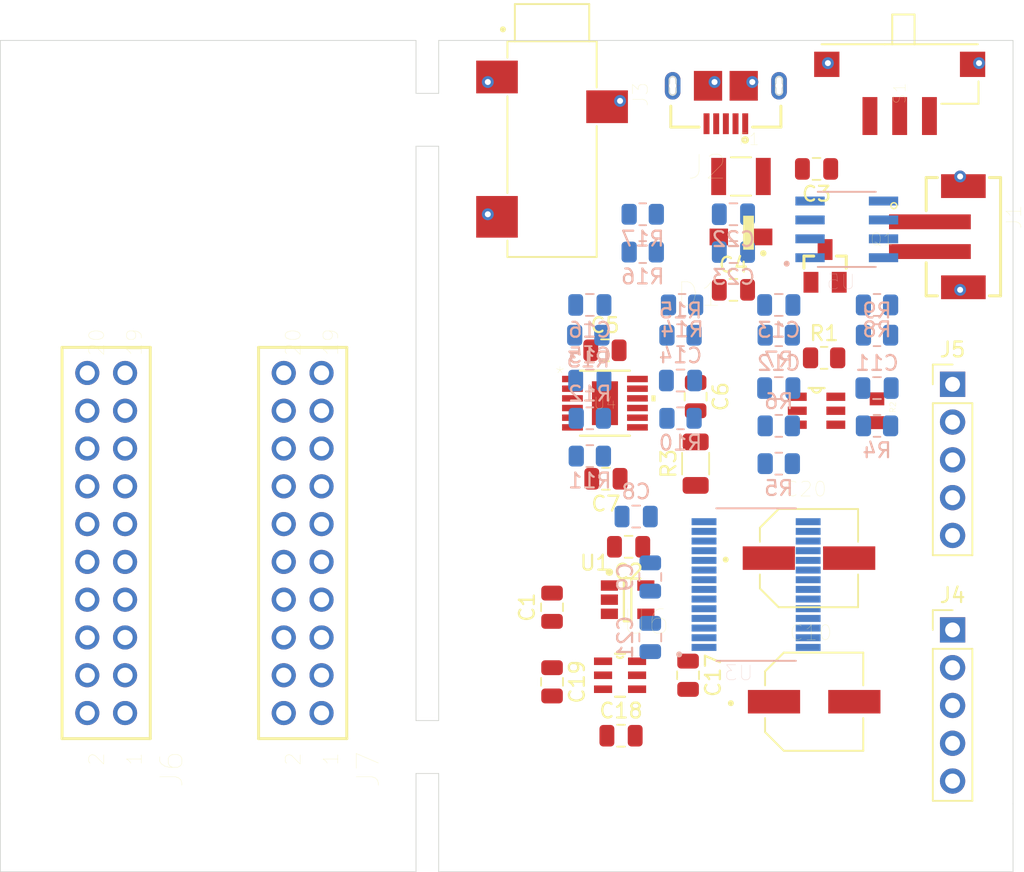
<source format=kicad_pcb>
(kicad_pcb (version 20171130) (host pcbnew "(5.1.10)-1")
  (layers (0 F.Cu signal) (31 B.Cu signal) (34 B.Paste user) (35 F.Paste user) (36 B.SilkS user) (37 F.SilkS user) (38 B.Mask user) (39 F.Mask user) (44 Edge.Cuts user))
  (net 0 "")
  (net 1 GND)
  (net 2 "Net-(C1-Pad1)")
  (net 3 /+3V3)
  (net 4 /+VBAT)
  (net 5 "Net-(C4-Pad1)")
  (net 6 "Net-(C6-Pad2)")
  (net 7 "Net-(C6-Pad1)")
  (net 8 /+5V)
  (net 9 "Net-(C8-Pad1)")
  (net 10 "Net-(C18-Pad2)")
  (net 11 "Net-(C18-Pad1)")
  (net 12 /-5V)
  (net 13 /+VUSB)
  (net 14 "Net-(F1-Pad2)")
  (net 15 "Net-(J2-Pad4)")
  (net 16 "Net-(J2-Pad3)")
  (net 17 "Net-(J2-Pad2)")
  (net 18 /DATA)
  (net 19 /BCK)
  (net 20 /LRCK)
  (net 21 /SCK)
  (net 22 "Net-(Q1-Pad1)")
  (net 23 "Net-(Q1-Pad2)")
  (net 24 "Net-(R1-Pad1)")
  (net 25 "Net-(R3-Pad2)")
  (net 26 "Net-(S1-Pad3)")
  (net 27 "Net-(U1-Pad4)")
  (net 28 /ZEROL)
  (net 29 /ZEROR)
  (net 30 /LRLK)
  (net 31 "Net-(U5-Pad4)")
  (net 32 /C1L_1)
  (net 33 /C1L_2)
  (net 34 /C2L_1)
  (net 35 /C3L_2)
  (net 36 /C3L_1)
  (net 37 /C1R_2)
  (net 38 /C1R_1)
  (net 39 /C2R_1)
  (net 40 /C3R_2)
  (net 41 /C3R_1)
  (net 42 /L_OUT)
  (net 43 /R_OUT)
  (net 44 /R2L_1)
  (net 45 /R1L_1)
  (net 46 /R2R_1)
  (net 47 /R1R_1)
  (module "B2B-PH-SM4-TB_LF_SN:JST_B2B-PH-SM4-TB(LF)(SN)" (layer F.Cu) (at 152.908 95.488 270)
    (fp_text reference J1 (at -1.32672 -5.64229 90) (layer F.SilkS) (effects (font (size 1.001291 1.001291) (thickness 0.015))))
    (fp_text value "B2B-PH-SM4-TB(LF)(SN)" hide)
    (pad 1 smd rect (at -1 0 270) (size 1 5.5) (layers F.Cu F.Paste F.Mask) (net 4 /+VBAT))
    (pad 2 smd rect (at 1 0 270) (size 1 5.5) (layers F.Cu F.Paste F.Mask) (net 1 GND))
    (pad 3 smd rect (at -3.4 -2.25 270) (size 1.6 3) (layers F.Cu F.Paste F.Mask))
    (pad 4 smd rect (at 3.4 -2.25 270) (size 1.6 3) (layers F.Cu F.Paste F.Mask))
  )
  (module SS312SAH4-R:SW_SS312SAH4-R (layer F.Cu) (at 150.876 85.852 270)
    (fp_text reference S1 (at 0 0 90) (layer F.SilkS) (effects (font (size 0.787402 0.787402) (thickness 0.015))))
    (fp_text value SS312SAH4-R hide)
    (pad 3 smd rect (at 1.525 -2 270) (size 2.55 1) (layers F.Cu F.Paste F.Mask) (net 26 "Net-(S1-Pad3)"))
    (pad 2 smd rect (at 1.525 0 270) (size 2.55 1) (layers F.Cu F.Paste F.Mask) (net 4 /+VBAT))
    (pad 1 smd rect (at 1.525 2 270) (size 2.55 1) (layers F.Cu F.Paste F.Mask) (net 2 "Net-(C1-Pad1)"))
    (pad P$2 smd rect (at -1.95 -4.9 270) (size 1.7 1.7) (layers F.Cu F.Paste F.Mask))
    (pad P$1 smd rect (at -1.95 4.9 270) (size 1.7 1.7) (layers F.Cu F.Paste F.Mask))
  )
  (module SJ-3523-SMT-TR:CUI_SJ-3523-SMT-TR (layer F.Cu) (at 127.508 85.852 270)
    (fp_text reference J3 (at 0.075135 -5.945905 270) (layer F.SilkS) (effects (font (size 1.001835 1.001835) (thickness 0.015))))
    (fp_text value SJ-3523-SMT-TR hide)
    (pad None np_thru_hole circle (at 0 0 270) (size 1.7 1.7) (drill 1.7) (layers *.Cu *.Mask))
    (pad 3 smd rect (at 0.9 -3.7 270) (size 2.2 2.8) (layers F.Cu F.Paste F.Mask) (net 42 /L_OUT))
    (pad 1 smd rect (at -1.1 3.7 270) (size 2.2 2.8) (layers F.Cu F.Paste F.Mask) (net 1 GND))
    (pad 2 smd rect (at 8.3 3.7 270) (size 2.8 2.8) (layers F.Cu F.Paste F.Mask) (net 43 /R_OUT))
    (pad None np_thru_hole circle (at 7 0 270) (size 1.7 1.7) (drill 1.7) (layers *.Cu *.Mask))
  )
  (module SAMTEC-HTSW-110-18-X-D:SAMTEC-HTSW-110-18-X-D (layer F.Cu) (at 110.744 116.078 90)
    (fp_text reference J7 (at -15.2185 4.39951 90) (layer F.SilkS) (effects (font (size 1.5 1.5) (thickness 0.015))))
    (fp_text value "Conn 2_10_R")
    (fp_text user 1 (at -14.52 1.905 90) (layer F.SilkS) (effects (font (thickness 0.015))))
    (fp_text user 2 (at -14.52 -0.635 90) (layer F.SilkS) (effects (font (thickness 0.015))))
    (fp_text user 19 (at 13.491 1.905 90) (layer F.SilkS) (effects (font (thickness 0.015))))
    (fp_text user 20 (at 13.491 -0.635 90) (layer F.SilkS) (effects (font (thickness 0.015))))
    (pad 1 thru_hole circle (at -11.43 1.27 90) (size 1.62001 1.62001) (drill 1.01999) (layers *.Cu) (net 47 /R1R_1))
    (pad 2 thru_hole circle (at -11.43 -1.27 90) (size 1.62001 1.62001) (drill 1.01999) (layers *.Cu) (net 37 /C1R_2))
    (pad 3 thru_hole circle (at -8.89 1.27 90) (size 1.62001 1.62001) (drill 1.01999) (layers *.Cu) (net 46 /R2R_1))
    (pad 4 thru_hole circle (at -8.89 -1.27 90) (size 1.62001 1.62001) (drill 1.01999) (layers *.Cu) (net 38 /C1R_1))
    (pad 5 thru_hole circle (at -6.35 1.27 90) (size 1.62001 1.62001) (drill 1.01999) (layers *.Cu) (net 37 /C1R_2))
    (pad 6 thru_hole circle (at -6.35 -1.27 90) (size 1.62001 1.62001) (drill 1.01999) (layers *.Cu) (net 1 GND))
    (pad 7 thru_hole circle (at -3.81 1.27 90) (size 1.62001 1.62001) (drill 1.01999) (layers *.Cu) (net 38 /C1R_1))
    (pad 8 thru_hole circle (at -3.81 -1.27 90) (size 1.62001 1.62001) (drill 1.01999) (layers *.Cu) (net 40 /C3R_2))
    (pad 9 thru_hole circle (at -1.27 1.27 90) (size 1.62001 1.62001) (drill 1.01999) (layers *.Cu) (net 37 /C1R_2))
    (pad 10 thru_hole circle (at -1.27 -1.27 90) (size 1.62001 1.62001) (drill 1.01999) (layers *.Cu) (net 39 /C2R_1))
    (pad 11 thru_hole circle (at 1.27 1.27 90) (size 1.62001 1.62001) (drill 1.01999) (layers *.Cu) (net 38 /C1R_1))
    (pad 12 thru_hole circle (at 1.27 -1.27 90) (size 1.62001 1.62001) (drill 1.01999) (layers *.Cu) (net 41 /C3R_1))
    (pad 13 thru_hole circle (at 3.81 1.27 90) (size 1.62001 1.62001) (drill 1.01999) (layers *.Cu) (net 38 /C1R_1))
    (pad 14 thru_hole circle (at 3.81 -1.27 90) (size 1.62001 1.62001) (drill 1.01999) (layers *.Cu) (net 37 /C1R_2))
    (pad 15 thru_hole circle (at 6.35 1.27 90) (size 1.62001 1.62001) (drill 1.01999) (layers *.Cu) (net 39 /C2R_1))
    (pad 16 thru_hole circle (at 6.35 -1.27 90) (size 1.62001 1.62001) (drill 1.01999) (layers *.Cu) (net 1 GND))
    (pad 17 thru_hole circle (at 8.89 1.27 90) (size 1.62001 1.62001) (drill 1.01999) (layers *.Cu) (net 41 /C3R_1))
    (pad 18 thru_hole circle (at 8.89 -1.27 90) (size 1.62001 1.62001) (drill 1.01999) (layers *.Cu) (net 40 /C3R_2))
    (pad 19 thru_hole circle (at 11.43 1.27 90) (size 1.62001 1.62001) (drill 1.01999) (layers *.Cu) (net 40 /C3R_2))
    (pad 20 thru_hole circle (at 11.43 -1.27 90) (size 1.62001 1.62001) (drill 1.01999) (layers *.Cu) (net 43 /R_OUT))
  )
  (module SAMTEC-HTSW-110-18-X-D:SAMTEC-HTSW-110-18-X-D (layer F.Cu) (at 97.536 116.078 90)
    (fp_text reference J6 (at -15.2185 4.39951 90) (layer F.SilkS) (effects (font (size 1.5 1.5) (thickness 0.015))))
    (fp_text value "Conn 2_10_L")
    (fp_text user 1 (at -14.52 1.905 90) (layer F.SilkS) (effects (font (thickness 0.015))))
    (fp_text user 2 (at -14.52 -0.635 90) (layer F.SilkS) (effects (font (thickness 0.015))))
    (fp_text user 19 (at 13.491 1.905 90) (layer F.SilkS) (effects (font (thickness 0.015))))
    (fp_text user 20 (at 13.491 -0.635 90) (layer F.SilkS) (effects (font (thickness 0.015))))
    (pad 1 thru_hole circle (at -11.43 1.27 90) (size 1.62001 1.62001) (drill 1.01999) (layers *.Cu) (net 45 /R1L_1))
    (pad 2 thru_hole circle (at -11.43 -1.27 90) (size 1.62001 1.62001) (drill 1.01999) (layers *.Cu) (net 33 /C1L_2))
    (pad 3 thru_hole circle (at -8.89 1.27 90) (size 1.62001 1.62001) (drill 1.01999) (layers *.Cu) (net 44 /R2L_1))
    (pad 4 thru_hole circle (at -8.89 -1.27 90) (size 1.62001 1.62001) (drill 1.01999) (layers *.Cu) (net 32 /C1L_1))
    (pad 5 thru_hole circle (at -6.35 1.27 90) (size 1.62001 1.62001) (drill 1.01999) (layers *.Cu) (net 33 /C1L_2))
    (pad 6 thru_hole circle (at -6.35 -1.27 90) (size 1.62001 1.62001) (drill 1.01999) (layers *.Cu) (net 1 GND))
    (pad 7 thru_hole circle (at -3.81 1.27 90) (size 1.62001 1.62001) (drill 1.01999) (layers *.Cu) (net 32 /C1L_1))
    (pad 8 thru_hole circle (at -3.81 -1.27 90) (size 1.62001 1.62001) (drill 1.01999) (layers *.Cu) (net 35 /C3L_2))
    (pad 9 thru_hole circle (at -1.27 1.27 90) (size 1.62001 1.62001) (drill 1.01999) (layers *.Cu) (net 33 /C1L_2))
    (pad 10 thru_hole circle (at -1.27 -1.27 90) (size 1.62001 1.62001) (drill 1.01999) (layers *.Cu) (net 34 /C2L_1))
    (pad 11 thru_hole circle (at 1.27 1.27 90) (size 1.62001 1.62001) (drill 1.01999) (layers *.Cu) (net 32 /C1L_1))
    (pad 12 thru_hole circle (at 1.27 -1.27 90) (size 1.62001 1.62001) (drill 1.01999) (layers *.Cu) (net 36 /C3L_1))
    (pad 13 thru_hole circle (at 3.81 1.27 90) (size 1.62001 1.62001) (drill 1.01999) (layers *.Cu) (net 32 /C1L_1))
    (pad 14 thru_hole circle (at 3.81 -1.27 90) (size 1.62001 1.62001) (drill 1.01999) (layers *.Cu) (net 33 /C1L_2))
    (pad 15 thru_hole circle (at 6.35 1.27 90) (size 1.62001 1.62001) (drill 1.01999) (layers *.Cu) (net 34 /C2L_1))
    (pad 16 thru_hole circle (at 6.35 -1.27 90) (size 1.62001 1.62001) (drill 1.01999) (layers *.Cu) (net 1 GND))
    (pad 17 thru_hole circle (at 8.89 1.27 90) (size 1.62001 1.62001) (drill 1.01999) (layers *.Cu) (net 36 /C3L_1))
    (pad 18 thru_hole circle (at 8.89 -1.27 90) (size 1.62001 1.62001) (drill 1.01999) (layers *.Cu) (net 35 /C3L_2))
    (pad 19 thru_hole circle (at 11.43 1.27 90) (size 1.62001 1.62001) (drill 1.01999) (layers *.Cu) (net 35 /C3L_2))
    (pad 20 thru_hole circle (at 11.43 -1.27 90) (size 1.62001 1.62001) (drill 1.01999) (layers *.Cu) (net 42 /L_OUT))
  )
  (module Capacitor_SMD:C_0805_2012Metric (layer F.Cu) (at 131.13 111.76 180)
    (fp_text reference C7 (at 0 -1.68) (layer F.SilkS))
    (fp_text value 10uF)
    (pad 1 smd roundrect (at -0.95 0 180) (size 1 1.45) (layers F.Cu F.Paste F.Mask) (net 8 /+5V))
    (pad 2 smd roundrect (at 0.95 0 180) (size 1 1.45) (layers F.Cu F.Paste F.Mask) (net 1 GND))
  )
  (module Capacitor_SMD:C_0805_2012Metric (layer B.Cu) (at 133.162 114.3 180)
    (fp_text reference C8 (at 0 1.68) (layer B.SilkS) (effects (justify mirror)))
    (fp_text value 1uF)
    (pad 1 smd roundrect (at -0.95 0 180) (size 1 1.45) (layers B.Cu B.Paste B.Mask) (net 9 "Net-(C8-Pad1)"))
    (pad 2 smd roundrect (at 0.95 0 180) (size 1 1.45) (layers B.Cu B.Paste B.Mask) (net 1 GND))
  )
  (module Capacitor_SMD:C_0805_2012Metric (layer B.Cu) (at 139.7 96.52)
    (fp_text reference C23 (at 0 1.68) (layer B.SilkS) (effects (justify mirror)))
    (fp_text value 2200pF)
    (pad 1 smd roundrect (at -0.95 0) (size 1 1.45) (layers B.Cu B.Paste B.Mask) (net 43 /R_OUT))
    (pad 2 smd roundrect (at 0.95 0) (size 1 1.45) (layers B.Cu B.Paste B.Mask) (net 1 GND))
  )
  (module My_kicad_lib:CAPAE660X800N (layer F.Cu) (at 145.128 126.746)
    (fp_text reference C10 (at -0.22504 -4.63608) (layer F.SilkS) (effects (font (size 1.000236 1.000236) (thickness 0.015))))
    (fp_text value "P 10uF")
    (pad 1 smd rect (at -2.7 0) (size 3.51 1.58) (layers F.Cu F.Paste F.Mask) (net 8 /+5V))
    (pad 2 smd rect (at 2.7 0) (size 3.51 1.58) (layers F.Cu F.Paste F.Mask) (net 1 GND))
  )
  (module Resistor_SMD:R_0805_2012Metric (layer B.Cu) (at 149.352 100.076)
    (fp_text reference R8 (at 0 1.65) (layer B.SilkS) (effects (justify mirror)))
    (fp_text value R6L)
    (pad 1 smd roundrect (at -0.9125 0) (size 1.025 1.4) (layers B.Cu B.Paste B.Mask) (roundrect_rratio 0.2439014634146341) (net 36 /C3L_1))
    (pad 2 smd roundrect (at 0.9125 0) (size 1.025 1.4) (layers B.Cu B.Paste B.Mask) (roundrect_rratio 0.2439014634146341) (net 32 /C1L_1))
  )
  (module Capacitor_SMD:C_0805_2012Metric (layer B.Cu) (at 149.352 105.664 180)
    (fp_text reference C11 (at 0 1.68) (layer B.SilkS) (effects (justify mirror)))
    (fp_text value C1L)
    (pad 1 smd roundrect (at -0.95 0 180) (size 1 1.45) (layers B.Cu B.Paste B.Mask) (net 32 /C1L_1))
    (pad 2 smd roundrect (at 0.95 0 180) (size 1 1.45) (layers B.Cu B.Paste B.Mask) (net 33 /C1L_2))
  )
  (module Capacitor_SMD:C_0805_2012Metric (layer B.Cu) (at 134.112 118.364 270)
    (fp_text reference C9 (at 0 1.68 90) (layer B.SilkS) (effects (justify mirror)))
    (fp_text value 0.1uF)
    (pad 1 smd roundrect (at -0.95 0 270) (size 1 1.45) (layers B.Cu B.Paste B.Mask) (net 8 /+5V))
    (pad 2 smd roundrect (at 0.95 0 270) (size 1 1.45) (layers B.Cu B.Paste B.Mask) (net 1 GND))
  )
  (module SI2333:SOT23 (layer F.Cu) (at 145.862 97.452)
    (fp_text reference Q1 (at 3.818145 -1.781805) (layer F.SilkS) (effects (font (size 0.801709 0.801709) (thickness 0.015))))
    (fp_text value SI2333CDS-T1-GE3)
    (pad 1 smd rect (at -0.95 1.1) (size 1 1.4) (layers F.Cu F.Paste F.Mask) (net 22 "Net-(Q1-Pad1)"))
    (pad 2 smd rect (at 0.95 1.1) (size 1 1.4) (layers F.Cu F.Paste F.Mask) (net 23 "Net-(Q1-Pad2)"))
    (pad 3 smd rect (at 0 -1.1) (size 1 1.4) (layers F.Cu F.Paste F.Mask) (net 4 /+VBAT))
  )
  (module Resistor_SMD:R_0805_2012Metric (layer B.Cu) (at 133.604 93.98)
    (fp_text reference R17 (at 0 1.65) (layer B.SilkS) (effects (justify mirror)))
    (fp_text value R_LPF)
    (pad 1 smd roundrect (at -0.9125 0) (size 1.025 1.4) (layers B.Cu B.Paste B.Mask) (roundrect_rratio 0.2439014634146341) (net 42 /L_OUT))
    (pad 2 smd roundrect (at 0.9125 0) (size 1.025 1.4) (layers B.Cu B.Paste B.Mask) (roundrect_rratio 0.2439014634146341) (net 35 /C3L_2))
  )
  (module Capacitor_SMD:C_0805_2012Metric (layer B.Cu) (at 139.7 93.98)
    (fp_text reference C22 (at 0 1.68) (layer B.SilkS) (effects (justify mirror)))
    (fp_text value 2200pF)
    (pad 1 smd roundrect (at -0.95 0) (size 1 1.45) (layers B.Cu B.Paste B.Mask) (net 42 /L_OUT))
    (pad 2 smd roundrect (at 0.95 0) (size 1 1.45) (layers B.Cu B.Paste B.Mask) (net 1 GND))
  )
  (module Capacitor_SMD:C_0805_2012Metric (layer B.Cu) (at 130.048 100.076)
    (fp_text reference C16 (at 0 1.68) (layer B.SilkS) (effects (justify mirror)))
    (fp_text value C3R)
    (pad 1 smd roundrect (at -0.95 0) (size 1 1.45) (layers B.Cu B.Paste B.Mask) (net 40 /C3R_2))
    (pad 2 smd roundrect (at 0.95 0) (size 1 1.45) (layers B.Cu B.Paste B.Mask) (net 41 /C3R_1))
  )
  (module Resistor_SMD:R_0805_2012Metric (layer B.Cu) (at 142.748 108.204 180)
    (fp_text reference R6 (at 0 1.65) (layer B.SilkS) (effects (justify mirror)))
    (fp_text value R3L)
    (pad 1 smd roundrect (at -0.9125 0 180) (size 1.025 1.4) (layers B.Cu B.Paste B.Mask) (roundrect_rratio 0.2439014634146341) (net 33 /C1L_2))
    (pad 2 smd roundrect (at 0.9125 0 180) (size 1.025 1.4) (layers B.Cu B.Paste B.Mask) (roundrect_rratio 0.2439014634146341) (net 1 GND))
  )
  (module Capacitor_SMD:C_0805_2012Metric (layer F.Cu) (at 136.652 124.968 270)
    (fp_text reference C17 (at 0 -1.68 90) (layer F.SilkS))
    (fp_text value 10uF)
    (pad 2 smd roundrect (at 0.95 0 270) (size 1 1.45) (layers F.Cu F.Paste F.Mask) (net 1 GND))
    (pad 1 smd roundrect (at -0.95 0 270) (size 1 1.45) (layers F.Cu F.Paste F.Mask) (net 2 "Net-(C1-Pad1)"))
  )
  (module Resistor_SMD:R_0805_2012Metric (layer B.Cu) (at 149.352 102.108 180)
    (fp_text reference R9 (at 0 1.65) (layer B.SilkS) (effects (justify mirror)))
    (fp_text value R5L)
    (pad 1 smd roundrect (at -0.9125 0 180) (size 1.025 1.4) (layers B.Cu B.Paste B.Mask) (roundrect_rratio 0.2439014634146341) (net 34 /C2L_1))
    (pad 2 smd roundrect (at 0.9125 0 180) (size 1.025 1.4) (layers B.Cu B.Paste B.Mask) (roundrect_rratio 0.2439014634146341) (net 33 /C1L_2))
  )
  (module Capacitor_SMD:C_0805_2012Metric (layer B.Cu) (at 136.144 105.156 180)
    (fp_text reference C14 (at 0 1.68) (layer B.SilkS) (effects (justify mirror)))
    (fp_text value C1R)
    (pad 2 smd roundrect (at 0.95 0 180) (size 1 1.45) (layers B.Cu B.Paste B.Mask) (net 37 /C1R_2))
    (pad 1 smd roundrect (at -0.95 0 180) (size 1 1.45) (layers B.Cu B.Paste B.Mask) (net 38 /C1R_1))
  )
  (module Resistor_SMD:R_0805_2012Metric (layer F.Cu) (at 145.796 103.632)
    (fp_text reference R1 (at 0 -1.65) (layer F.SilkS))
    (fp_text value 100k)
    (pad 2 smd roundrect (at 0.9125 0) (size 1.025 1.4) (layers F.Cu F.Paste F.Mask) (roundrect_rratio 0.2439014634146341) (net 5 "Net-(C4-Pad1)"))
    (pad 1 smd roundrect (at -0.9125 0) (size 1.025 1.4) (layers F.Cu F.Paste F.Mask) (roundrect_rratio 0.2439014634146341) (net 24 "Net-(R1-Pad1)"))
  )
  (module Connector_PinHeader_2.54mm:PinHeader_1x05_P2.54mm_Vertical (layer F.Cu) (at 154.432 121.92)
    (fp_text reference J4 (at 0 -2.33) (layer F.SilkS))
    (fp_text value Conn_01x05_Male hide)
    (pad 5 thru_hole oval (at 0 10.16) (size 1.7 1.7) (drill 1) (layers *.Cu *.Mask) (net 8 /+5V))
    (pad 4 thru_hole oval (at 0 7.62) (size 1.7 1.7) (drill 1) (layers *.Cu *.Mask) (net 12 /-5V))
    (pad 3 thru_hole oval (at 0 5.08) (size 1.7 1.7) (drill 1) (layers *.Cu *.Mask) (net 3 /+3V3))
    (pad 2 thru_hole oval (at 0 2.54) (size 1.7 1.7) (drill 1) (layers *.Cu *.Mask) (net 4 /+VBAT))
    (pad 1 thru_hole rect (at 0 0) (size 1.7 1.7) (drill 1) (layers *.Cu *.Mask) (net 1 GND))
  )
  (module Resistor_SMD:R_0805_2012Metric (layer B.Cu) (at 136.144 102.108 180)
    (fp_text reference R15 (at 0 1.65) (layer B.SilkS) (effects (justify mirror)))
    (fp_text value R5R)
    (pad 2 smd roundrect (at 0.9125 0 180) (size 1.025 1.4) (layers B.Cu B.Paste B.Mask) (roundrect_rratio 0.2439014634146341) (net 37 /C1R_2))
    (pad 1 smd roundrect (at -0.9125 0 180) (size 1.025 1.4) (layers B.Cu B.Paste B.Mask) (roundrect_rratio 0.2439014634146341) (net 39 /C2R_1))
  )
  (module Resistor_SMD:R_0805_2012Metric (layer B.Cu) (at 142.748 102.108)
    (fp_text reference R7 (at 0 1.65) (layer B.SilkS) (effects (justify mirror)))
    (fp_text value R4L)
    (pad 1 smd roundrect (at -0.9125 0) (size 1.025 1.4) (layers B.Cu B.Paste B.Mask) (roundrect_rratio 0.2439014634146341) (net 35 /C3L_2))
    (pad 2 smd roundrect (at 0.9125 0) (size 1.025 1.4) (layers B.Cu B.Paste B.Mask) (roundrect_rratio 0.2439014634146341) (net 32 /C1L_1))
  )
  (module Resistor_SMD:R_0805_2012Metric (layer B.Cu) (at 129.944 102.108)
    (fp_text reference R13 (at 0 1.65) (layer B.SilkS) (effects (justify mirror)))
    (fp_text value R4R)
    (pad 1 smd roundrect (at -0.9125 0) (size 1.025 1.4) (layers B.Cu B.Paste B.Mask) (roundrect_rratio 0.2439014634146341) (net 40 /C3R_2))
    (pad 2 smd roundrect (at 0.9125 0) (size 1.025 1.4) (layers B.Cu B.Paste B.Mask) (roundrect_rratio 0.2439014634146341) (net 38 /C1R_1))
  )
  (module PCM1793ADB:SOP65P780X200-28N (layer B.Cu) (at 141.224 118.872)
    (fp_text reference U3 (at -1.17 5.937) (layer B.SilkS) (effects (font (thickness 0.015)) (justify mirror)))
    (fp_text value PCM1793ADB)
    (pad 1 smd rect (at -3.5 4.225) (size 1.67 0.47) (layers B.Cu B.Paste B.Mask) (net 30 /LRLK))
    (pad 2 smd rect (at -3.5 3.575) (size 1.67 0.47) (layers B.Cu B.Paste B.Mask) (net 19 /BCK))
    (pad 3 smd rect (at -3.5 2.925) (size 1.67 0.47) (layers B.Cu B.Paste B.Mask) (net 18 /DATA))
    (pad 4 smd rect (at -3.5 2.275) (size 1.67 0.47) (layers B.Cu B.Paste B.Mask) (net 1 GND))
    (pad 5 smd rect (at -3.5 1.625) (size 1.67 0.47) (layers B.Cu B.Paste B.Mask) (net 21 /SCK))
    (pad 6 smd rect (at -3.5 0.975) (size 1.67 0.47) (layers B.Cu B.Paste B.Mask) (net 3 /+3V3))
    (pad 7 smd rect (at -3.5 0.325) (size 1.67 0.47) (layers B.Cu B.Paste B.Mask) (net 3 /+3V3))
    (pad 8 smd rect (at -3.5 -0.325) (size 1.67 0.47) (layers B.Cu B.Paste B.Mask) (net 1 GND))
    (pad 9 smd rect (at -3.5 -0.975) (size 1.67 0.47) (layers B.Cu B.Paste B.Mask) (net 1 GND))
    (pad 10 smd rect (at -3.5 -1.625) (size 1.67 0.47) (layers B.Cu B.Paste B.Mask) (net 8 /+5V))
    (pad 11 smd rect (at -3.5 -2.275) (size 1.67 0.47) (layers B.Cu B.Paste B.Mask) (net 1 GND))
    (pad 12 smd rect (at -3.5 -2.925) (size 1.67 0.47) (layers B.Cu B.Paste B.Mask) (net 46 /R2R_1))
    (pad 13 smd rect (at -3.5 -3.575) (size 1.67 0.47) (layers B.Cu B.Paste B.Mask) (net 47 /R1R_1))
    (pad 14 smd rect (at -3.5 -4.225) (size 1.67 0.47) (layers B.Cu B.Paste B.Mask) (net 9 "Net-(C8-Pad1)"))
    (pad 15 smd rect (at 3.5 -4.225) (size 1.67 0.47) (layers B.Cu B.Paste B.Mask) (net 8 /+5V))
    (pad 16 smd rect (at 3.5 -3.575) (size 1.67 0.47) (layers B.Cu B.Paste B.Mask) (net 1 GND))
    (pad 17 smd rect (at 3.5 -2.925) (size 1.67 0.47) (layers B.Cu B.Paste B.Mask) (net 45 /R1L_1))
    (pad 18 smd rect (at 3.5 -2.275) (size 1.67 0.47) (layers B.Cu B.Paste B.Mask) (net 44 /R2L_1))
    (pad 19 smd rect (at 3.5 -1.625) (size 1.67 0.47) (layers B.Cu B.Paste B.Mask) (net 1 GND))
    (pad 20 smd rect (at 3.5 -0.975) (size 1.67 0.47) (layers B.Cu B.Paste B.Mask) (net 8 /+5V))
    (pad 21 smd rect (at 3.5 -0.325) (size 1.67 0.47) (layers B.Cu B.Paste B.Mask) (net 8 /+5V))
    (pad 22 smd rect (at 3.5 0.325) (size 1.67 0.47) (layers B.Cu B.Paste B.Mask) (net 29 /ZEROR))
    (pad 23 smd rect (at 3.5 0.975) (size 1.67 0.47) (layers B.Cu B.Paste B.Mask) (net 28 /ZEROL))
    (pad 24 smd rect (at 3.5 1.625) (size 1.67 0.47) (layers B.Cu B.Paste B.Mask) (net 1 GND))
    (pad 25 smd rect (at 3.5 2.275) (size 1.67 0.47) (layers B.Cu B.Paste B.Mask) (net 1 GND))
    (pad 26 smd rect (at 3.5 2.925) (size 1.67 0.47) (layers B.Cu B.Paste B.Mask) (net 8 /+5V))
    (pad 27 smd rect (at 3.5 3.575) (size 1.67 0.47) (layers B.Cu B.Paste B.Mask) (net 1 GND))
    (pad 28 smd rect (at 3.5 4.225) (size 1.67 0.47) (layers B.Cu B.Paste B.Mask) (net 8 /+5V))
  )
  (module MBR120VLSFT1G:SODFL3616X98N_pin12 (layer F.Cu) (at 140.208 95.504 180)
    (fp_text reference D1 (at 2.812655 -3.858955) (layer F.SilkS) (effects (font (size 1.584701 1.584701) (thickness 0.015))))
    (fp_text value MBR120VLSFT1G hide)
    (pad 1 smd rect (at 1.49 0 180) (size 1.24 1.12) (layers F.Cu F.Paste F.Mask) (net 13 /+VUSB))
    (pad 2 smd rect (at -1.49 0 180) (size 1.24 1.12) (layers F.Cu F.Paste F.Mask) (net 5 "Net-(C4-Pad1)"))
  )
  (module Resistor_SMD:R_0805_2012Metric (layer B.Cu) (at 130.048 110.236)
    (fp_text reference R11 (at 0 1.65) (layer B.SilkS) (effects (justify mirror)))
    (fp_text value R1R)
    (pad 1 smd roundrect (at -0.9125 0) (size 1.025 1.4) (layers B.Cu B.Paste B.Mask) (roundrect_rratio 0.2439014634146341) (net 37 /C1R_2))
    (pad 2 smd roundrect (at 0.9125 0) (size 1.025 1.4) (layers B.Cu B.Paste B.Mask) (roundrect_rratio 0.2439014634146341) (net 47 /R1R_1))
  )
  (module Resistor_SMD:R_0805_2012Metric (layer B.Cu) (at 149.352 108.204)
    (fp_text reference R4 (at 0 1.65) (layer B.SilkS) (effects (justify mirror)))
    (fp_text value R2L)
    (pad 1 smd roundrect (at -0.9125 0) (size 1.025 1.4) (layers B.Cu B.Paste B.Mask) (roundrect_rratio 0.2439014634146341) (net 32 /C1L_1))
    (pad 2 smd roundrect (at 0.9125 0) (size 1.025 1.4) (layers B.Cu B.Paste B.Mask) (roundrect_rratio 0.2439014634146341) (net 44 /R2L_1))
  )
  (module LTC3245HMSE:MSOP-12_MSE (layer F.Cu) (at 131.064 106.68)
    (fp_text reference U4 (at 0 0) (layer F.SilkS) (effects (font (size 0.787402 0.787402) (thickness 0.015))))
    (fp_text value LTC3245HMSEPBF hide)
    (fp_text user * (at -3.0226 -1.9304) (layer F.SilkS) (effects (font (thickness 0.015))))
    (pad 13 smd rect (at 0 0) (size 1.7526 2.9464) (layers F.Cu F.Mask) (net 1 GND))
    (pad 12 smd rect (at 2.1844 -1.6256) (size 1.397 0.4318) (layers F.Cu F.Paste F.Mask) (net 1 GND))
    (pad 11 smd rect (at 2.1844 -0.975359) (size 1.397 0.4318) (layers F.Cu F.Paste F.Mask) (net 7 "Net-(C6-Pad1)"))
    (pad 10 smd rect (at 2.1844 -0.325119) (size 1.397 0.4318) (layers F.Cu F.Paste F.Mask) (net 8 /+5V))
    (pad 9 smd rect (at 2.1844 0.325119) (size 1.397 0.4318) (layers F.Cu F.Paste F.Mask) (net 6 "Net-(C6-Pad2)"))
    (pad 8 smd rect (at 2.1844 0.975359) (size 1.397 0.4318) (layers F.Cu F.Paste F.Mask) (net 25 "Net-(R3-Pad2)"))
    (pad 7 smd rect (at 2.1844 1.6256) (size 1.397 0.4318) (layers F.Cu F.Paste F.Mask) (net 8 /+5V))
    (pad 6 smd rect (at -2.1844 1.6256) (size 1.397 0.4318) (layers F.Cu F.Paste F.Mask) (net 2 "Net-(C1-Pad1)"))
    (pad 5 smd rect (at -2.1844 0.975359) (size 1.397 0.4318) (layers F.Cu F.Paste F.Mask) (net 1 GND))
    (pad 4 smd rect (at -2.1844 0.325119) (size 1.397 0.4318) (layers F.Cu F.Paste F.Mask) (net 1 GND))
    (pad 3 smd rect (at -2.1844 -0.325119) (size 1.397 0.4318) (layers F.Cu F.Paste F.Mask) (net 2 "Net-(C1-Pad1)"))
    (pad 2 smd rect (at -2.1844 -0.975359) (size 1.397 0.4318) (layers F.Cu F.Paste F.Mask) (net 2 "Net-(C1-Pad1)"))
    (pad 1 smd rect (at -2.1844 -1.6256) (size 1.397 0.4318) (layers F.Cu F.Paste F.Mask) (net 2 "Net-(C1-Pad1)"))
  )
  (module USB3090:GCT_USB3090-XX-X_REVE (layer F.Cu) (at 139.192 85.344 180)
    (fp_text reference J2 (at 1.27015 -5.46165) (layer F.SilkS) (effects (font (size 1.600189 1.600189) (thickness 0.015))))
    (fp_text value USB3090-XX-X_REVE hide)
    (fp_poly (pts (xy 3.8 0) (xy 3.8 0.4) (xy 3.799692 0.411776) (xy 3.798767 0.423519) (xy 3.79723 0.435198) (xy 3.795083 0.44678) (xy 3.792333 0.458234) (xy 3.788988 0.469529) (xy 3.785056 0.480633) (xy 3.780548 0.491516) (xy 3.775476 0.502148) (xy 3.769856 0.5125) (xy 3.763701 0.522544) (xy 3.757029 0.532252) (xy 3.749858 0.541597) (xy 3.742208 0.550554) (xy 3.734099 0.559099) (xy 3.725554 0.567208) (xy 3.716597 0.574858) (xy 3.707252 0.582029) (xy 3.697544 0.588701) (xy 3.6875 0.594856) (xy 3.677148 0.600476) (xy 3.666516 0.605548) (xy 3.655633 0.610056) (xy 3.644529 0.613988) (xy 3.633234 0.617333) (xy 3.62178 0.620083) (xy 3.610198 0.62223) (xy 3.598519 0.623767) (xy 3.586776 0.624692) (xy 3.575 0.625) (xy 3.563224 0.624692) (xy 3.551481 0.623767) (xy 3.539802 0.62223) (xy 3.52822 0.620083) (xy 3.516766 0.617333) (xy 3.505471 0.613988) (xy 3.494367 0.610056) (xy 3.483484 0.605548) (xy 3.472852 0.600476) (xy 3.4625 0.594856) (xy 3.452456 0.588701) (xy 3.442748 0.582029) (xy 3.433403 0.574858) (xy 3.424446 0.567208) (xy 3.415901 0.559099) (xy 3.407792 0.550554) (xy 3.400142 0.541597) (xy 3.392971 0.532252) (xy 3.386299 0.522544) (xy 3.380144 0.5125) (xy 3.374524 0.502148) (xy 3.369452 0.491516) (xy 3.364944 0.480633) (xy 3.361012 0.469529) (xy 3.357667 0.458234) (xy 3.354917 0.44678) (xy 3.35277 0.435198) (xy 3.351233 0.423519) (xy 3.350308 0.411776) (xy 3.35 0.4) (xy 3.35 0) (xy 3.05 0) (xy 3.05 0.4) (xy 3.050719 0.427476) (xy 3.052876 0.454877) (xy 3.056464 0.482128) (xy 3.061473 0.509154) (xy 3.067889 0.53588) (xy 3.075695 0.562234) (xy 3.08487 0.588143) (xy 3.095389 0.613537) (xy 3.107222 0.638345) (xy 3.120337 0.6625) (xy 3.134698 0.685935) (xy 3.150266 0.708587) (xy 3.166998 0.730393) (xy 3.184849 0.751294) (xy 3.203769 0.771231) (xy 3.223706 0.790151) (xy 3.244607 0.808002) (xy 3.266413 0.824734) (xy 3.289065 0.840302) (xy 3.3125 0.854663) (xy 3.336655 0.867778) (xy 3.361463 0.879611) (xy 3.386857 0.89013) (xy 3.412766 0.899305) (xy 3.43912 0.907111) (xy 3.465846 0.913527) (xy 3.492872 0.918536) (xy 3.520123 0.922124) (xy 3.547524 0.924281) (xy 3.575 0.925) (xy 3.602476 0.924281) (xy 3.629877 0.922124) (xy 3.657128 0.918536) (xy 3.684154 0.913527) (xy 3.71088 0.907111) (xy 3.737234 0.899305) (xy 3.763143 0.89013) (xy 3.788537 0.879611) (xy 3.813345 0.867778) (xy 3.8375 0.854663) (xy 3.860935 0.840302) (xy 3.883587 0.824734) (xy 3.905393 0.808002) (xy 3.926294 0.790151) (xy 3.946231 0.771231) (xy 3.965151 0.751294) (xy 3.983002 0.730393) (xy 3.999734 0.708587) (xy 4.015302 0.685935) (xy 4.029663 0.6625) (xy 4.042778 0.638345) (xy 4.054611 0.613537) (xy 4.06513 0.588143) (xy 4.074305 0.562234) (xy 4.082111 0.53588) (xy 4.088527 0.509154) (xy 4.093536 0.482128) (xy 4.097124 0.454877) (xy 4.099281 0.427476) (xy 4.1 0.4) (xy 4.1 0) (xy 3.8 0)) (layer B.Cu) (width 0.001))
    (fp_poly (pts (xy 3.35 0) (xy 3.35 -0.4) (xy 3.350308 -0.411776) (xy 3.351233 -0.423519) (xy 3.35277 -0.435198) (xy 3.354917 -0.44678) (xy 3.357667 -0.458234) (xy 3.361012 -0.469529) (xy 3.364944 -0.480633) (xy 3.369452 -0.491516) (xy 3.374524 -0.502148) (xy 3.380144 -0.5125) (xy 3.386299 -0.522544) (xy 3.392971 -0.532252) (xy 3.400142 -0.541597) (xy 3.407792 -0.550554) (xy 3.415901 -0.559099) (xy 3.424446 -0.567208) (xy 3.433403 -0.574858) (xy 3.442748 -0.582029) (xy 3.452456 -0.588701) (xy 3.4625 -0.594856) (xy 3.472852 -0.600476) (xy 3.483484 -0.605548) (xy 3.494367 -0.610056) (xy 3.505471 -0.613988) (xy 3.516766 -0.617333) (xy 3.52822 -0.620083) (xy 3.539802 -0.62223) (xy 3.551481 -0.623767) (xy 3.563224 -0.624692) (xy 3.575 -0.625) (xy 3.586776 -0.624692) (xy 3.598519 -0.623767) (xy 3.610198 -0.62223) (xy 3.62178 -0.620083) (xy 3.633234 -0.617333) (xy 3.644529 -0.613988) (xy 3.655633 -0.610056) (xy 3.666516 -0.605548) (xy 3.677148 -0.600476) (xy 3.6875 -0.594856) (xy 3.697544 -0.588701) (xy 3.707252 -0.582029) (xy 3.716597 -0.574858) (xy 3.725554 -0.567208) (xy 3.734099 -0.559099) (xy 3.742208 -0.550554) (xy 3.749858 -0.541597) (xy 3.757029 -0.532252) (xy 3.763701 -0.522544) (xy 3.769856 -0.5125) (xy 3.775476 -0.502148) (xy 3.780548 -0.491516) (xy 3.785056 -0.480633) (xy 3.788988 -0.469529) (xy 3.792333 -0.458234) (xy 3.795083 -0.44678) (xy 3.79723 -0.435198) (xy 3.798767 -0.423519) (xy 3.799692 -0.411776) (xy 3.8 -0.4) (xy 3.8 0) (xy 4.1 0) (xy 4.1 -0.4) (xy 4.099281 -0.427476) (xy 4.097124 -0.454877) (xy 4.093536 -0.482128) (xy 4.088527 -0.509154) (xy 4.082111 -0.53588) (xy 4.074305 -0.562234) (xy 4.06513 -0.588143) (xy 4.054611 -0.613537) (xy 4.042778 -0.638345) (xy 4.029663 -0.6625) (xy 4.015302 -0.685935) (xy 3.999734 -0.708587) (xy 3.983002 -0.730393) (xy 3.965151 -0.751294) (xy 3.946231 -0.771231) (xy 3.926294 -0.790151) (xy 3.905393 -0.808002) (xy 3.883587 -0.824734) (xy 3.860935 -0.840302) (xy 3.8375 -0.854663) (xy 3.813345 -0.867778) (xy 3.788537 -0.879611) (xy 3.763143 -0.89013) (xy 3.737234 -0.899305) (xy 3.71088 -0.907111) (xy 3.684154 -0.913527) (xy 3.657128 -0.918536) (xy 3.629877 -0.922124) (xy 3.602476 -0.924281) (xy 3.575 -0.925) (xy 3.547524 -0.924281) (xy 3.520123 -0.922124) (xy 3.492872 -0.918536) (xy 3.465846 -0.913527) (xy 3.43912 -0.907111) (xy 3.412766 -0.899305) (xy 3.386857 -0.89013) (xy 3.361463 -0.879611) (xy 3.336655 -0.867778) (xy 3.3125 -0.854663) (xy 3.289065 -0.840302) (xy 3.266413 -0.824734) (xy 3.244607 -0.808002) (xy 3.223706 -0.790151) (xy 3.203769 -0.771231) (xy 3.184849 -0.751294) (xy 3.166998 -0.730393) (xy 3.150266 -0.708587) (xy 3.134698 -0.685935) (xy 3.120337 -0.6625) (xy 3.107222 -0.638345) (xy 3.095389 -0.613537) (xy 3.08487 -0.588143) (xy 3.075695 -0.562234) (xy 3.067889 -0.53588) (xy 3.061473 -0.509154) (xy 3.056464 -0.482128) (xy 3.052876 -0.454877) (xy 3.050719 -0.427476) (xy 3.05 -0.4) (xy 3.05 0) (xy 3.35 0)) (layer B.Cu) (width 0.001))
    (fp_poly (pts (xy 3.8 0) (xy 3.8 0.4) (xy 3.799692 0.411776) (xy 3.798767 0.423519) (xy 3.79723 0.435198) (xy 3.795083 0.44678) (xy 3.792333 0.458234) (xy 3.788988 0.469529) (xy 3.785056 0.480633) (xy 3.780548 0.491516) (xy 3.775476 0.502148) (xy 3.769856 0.5125) (xy 3.763701 0.522544) (xy 3.757029 0.532252) (xy 3.749858 0.541597) (xy 3.742208 0.550554) (xy 3.734099 0.559099) (xy 3.725554 0.567208) (xy 3.716597 0.574858) (xy 3.707252 0.582029) (xy 3.697544 0.588701) (xy 3.6875 0.594856) (xy 3.677148 0.600476) (xy 3.666516 0.605548) (xy 3.655633 0.610056) (xy 3.644529 0.613988) (xy 3.633234 0.617333) (xy 3.62178 0.620083) (xy 3.610198 0.62223) (xy 3.598519 0.623767) (xy 3.586776 0.624692) (xy 3.575 0.625) (xy 3.563224 0.624692) (xy 3.551481 0.623767) (xy 3.539802 0.62223) (xy 3.52822 0.620083) (xy 3.516766 0.617333) (xy 3.505471 0.613988) (xy 3.494367 0.610056) (xy 3.483484 0.605548) (xy 3.472852 0.600476) (xy 3.4625 0.594856) (xy 3.452456 0.588701) (xy 3.442748 0.582029) (xy 3.433403 0.574858) (xy 3.424446 0.567208) (xy 3.415901 0.559099) (xy 3.407792 0.550554) (xy 3.400142 0.541597) (xy 3.392971 0.532252) (xy 3.386299 0.522544) (xy 3.380144 0.5125) (xy 3.374524 0.502148) (xy 3.369452 0.491516) (xy 3.364944 0.480633) (xy 3.361012 0.469529) (xy 3.357667 0.458234) (xy 3.354917 0.44678) (xy 3.35277 0.435198) (xy 3.351233 0.423519) (xy 3.350308 0.411776) (xy 3.35 0.4) (xy 3.35 0) (xy 3.05 0) (xy 3.05 0.4) (xy 3.050719 0.427476) (xy 3.052876 0.454877) (xy 3.056464 0.482128) (xy 3.061473 0.509154) (xy 3.067889 0.53588) (xy 3.075695 0.562234) (xy 3.08487 0.588143) (xy 3.095389 0.613537) (xy 3.107222 0.638345) (xy 3.120337 0.6625) (xy 3.134698 0.685935) (xy 3.150266 0.708587) (xy 3.166998 0.730393) (xy 3.184849 0.751294) (xy 3.203769 0.771231) (xy 3.223706 0.790151) (xy 3.244607 0.808002) (xy 3.266413 0.824734) (xy 3.289065 0.840302) (xy 3.3125 0.854663) (xy 3.336655 0.867778) (xy 3.361463 0.879611) (xy 3.386857 0.89013) (xy 3.412766 0.899305) (xy 3.43912 0.907111) (xy 3.465846 0.913527) (xy 3.492872 0.918536) (xy 3.520123 0.922124) (xy 3.547524 0.924281) (xy 3.575 0.925) (xy 3.602476 0.924281) (xy 3.629877 0.922124) (xy 3.657128 0.918536) (xy 3.684154 0.913527) (xy 3.71088 0.907111) (xy 3.737234 0.899305) (xy 3.763143 0.89013) (xy 3.788537 0.879611) (xy 3.813345 0.867778) (xy 3.8375 0.854663) (xy 3.860935 0.840302) (xy 3.883587 0.824734) (xy 3.905393 0.808002) (xy 3.926294 0.790151) (xy 3.946231 0.771231) (xy 3.965151 0.751294) (xy 3.983002 0.730393) (xy 3.999734 0.708587) (xy 4.015302 0.685935) (xy 4.029663 0.6625) (xy 4.042778 0.638345) (xy 4.054611 0.613537) (xy 4.06513 0.588143) (xy 4.074305 0.562234) (xy 4.082111 0.53588) (xy 4.088527 0.509154) (xy 4.093536 0.482128) (xy 4.097124 0.454877) (xy 4.099281 0.427476) (xy 4.1 0.4) (xy 4.1 0) (xy 3.8 0)) (layer F.Cu) (width 0.001))
    (fp_poly (pts (xy 3.35 0) (xy 3.35 -0.4) (xy 3.350308 -0.411776) (xy 3.351233 -0.423519) (xy 3.35277 -0.435198) (xy 3.354917 -0.44678) (xy 3.357667 -0.458234) (xy 3.361012 -0.469529) (xy 3.364944 -0.480633) (xy 3.369452 -0.491516) (xy 3.374524 -0.502148) (xy 3.380144 -0.5125) (xy 3.386299 -0.522544) (xy 3.392971 -0.532252) (xy 3.400142 -0.541597) (xy 3.407792 -0.550554) (xy 3.415901 -0.559099) (xy 3.424446 -0.567208) (xy 3.433403 -0.574858) (xy 3.442748 -0.582029) (xy 3.452456 -0.588701) (xy 3.4625 -0.594856) (xy 3.472852 -0.600476) (xy 3.483484 -0.605548) (xy 3.494367 -0.610056) (xy 3.505471 -0.613988) (xy 3.516766 -0.617333) (xy 3.52822 -0.620083) (xy 3.539802 -0.62223) (xy 3.551481 -0.623767) (xy 3.563224 -0.624692) (xy 3.575 -0.625) (xy 3.586776 -0.624692) (xy 3.598519 -0.623767) (xy 3.610198 -0.62223) (xy 3.62178 -0.620083) (xy 3.633234 -0.617333) (xy 3.644529 -0.613988) (xy 3.655633 -0.610056) (xy 3.666516 -0.605548) (xy 3.677148 -0.600476) (xy 3.6875 -0.594856) (xy 3.697544 -0.588701) (xy 3.707252 -0.582029) (xy 3.716597 -0.574858) (xy 3.725554 -0.567208) (xy 3.734099 -0.559099) (xy 3.742208 -0.550554) (xy 3.749858 -0.541597) (xy 3.757029 -0.532252) (xy 3.763701 -0.522544) (xy 3.769856 -0.5125) (xy 3.775476 -0.502148) (xy 3.780548 -0.491516) (xy 3.785056 -0.480633) (xy 3.788988 -0.469529) (xy 3.792333 -0.458234) (xy 3.795083 -0.44678) (xy 3.79723 -0.435198) (xy 3.798767 -0.423519) (xy 3.799692 -0.411776) (xy 3.8 -0.4) (xy 3.8 0) (xy 4.1 0) (xy 4.1 -0.4) (xy 4.099281 -0.427476) (xy 4.097124 -0.454877) (xy 4.093536 -0.482128) (xy 4.088527 -0.509154) (xy 4.082111 -0.53588) (xy 4.074305 -0.562234) (xy 4.06513 -0.588143) (xy 4.054611 -0.613537) (xy 4.042778 -0.638345) (xy 4.029663 -0.6625) (xy 4.015302 -0.685935) (xy 3.999734 -0.708587) (xy 3.983002 -0.730393) (xy 3.965151 -0.751294) (xy 3.946231 -0.771231) (xy 3.926294 -0.790151) (xy 3.905393 -0.808002) (xy 3.883587 -0.824734) (xy 3.860935 -0.840302) (xy 3.8375 -0.854663) (xy 3.813345 -0.867778) (xy 3.788537 -0.879611) (xy 3.763143 -0.89013) (xy 3.737234 -0.899305) (xy 3.71088 -0.907111) (xy 3.684154 -0.913527) (xy 3.657128 -0.918536) (xy 3.629877 -0.922124) (xy 3.602476 -0.924281) (xy 3.575 -0.925) (xy 3.547524 -0.924281) (xy 3.520123 -0.922124) (xy 3.492872 -0.918536) (xy 3.465846 -0.913527) (xy 3.43912 -0.907111) (xy 3.412766 -0.899305) (xy 3.386857 -0.89013) (xy 3.361463 -0.879611) (xy 3.336655 -0.867778) (xy 3.3125 -0.854663) (xy 3.289065 -0.840302) (xy 3.266413 -0.824734) (xy 3.244607 -0.808002) (xy 3.223706 -0.790151) (xy 3.203769 -0.771231) (xy 3.184849 -0.751294) (xy 3.166998 -0.730393) (xy 3.150266 -0.708587) (xy 3.134698 -0.685935) (xy 3.120337 -0.6625) (xy 3.107222 -0.638345) (xy 3.095389 -0.613537) (xy 3.08487 -0.588143) (xy 3.075695 -0.562234) (xy 3.067889 -0.53588) (xy 3.061473 -0.509154) (xy 3.056464 -0.482128) (xy 3.052876 -0.454877) (xy 3.050719 -0.427476) (xy 3.05 -0.4) (xy 3.05 0) (xy 3.35 0)) (layer F.Cu) (width 0.001))
    (fp_line (start 3.35 0.4) (end 3.35 -0.4) (layer Edge.Cuts) (width 0.1))
    (fp_line (start 3.8 -0.4) (end 3.8 0.4) (layer Edge.Cuts) (width 0.1))
    (fp_poly (pts (xy -3.35 0) (xy -3.35 0.4) (xy -3.350308 0.411776) (xy -3.351233 0.423519) (xy -3.35277 0.435198) (xy -3.354917 0.44678) (xy -3.357667 0.458234) (xy -3.361012 0.469529) (xy -3.364944 0.480633) (xy -3.369452 0.491516) (xy -3.374524 0.502148) (xy -3.380144 0.5125) (xy -3.386299 0.522544) (xy -3.392971 0.532252) (xy -3.400142 0.541597) (xy -3.407792 0.550554) (xy -3.415901 0.559099) (xy -3.424446 0.567208) (xy -3.433403 0.574858) (xy -3.442748 0.582029) (xy -3.452456 0.588701) (xy -3.4625 0.594856) (xy -3.472852 0.600476) (xy -3.483484 0.605548) (xy -3.494367 0.610056) (xy -3.505471 0.613988) (xy -3.516766 0.617333) (xy -3.52822 0.620083) (xy -3.539802 0.62223) (xy -3.551481 0.623767) (xy -3.563224 0.624692) (xy -3.575 0.625) (xy -3.586776 0.624692) (xy -3.598519 0.623767) (xy -3.610198 0.62223) (xy -3.62178 0.620083) (xy -3.633234 0.617333) (xy -3.644529 0.613988) (xy -3.655633 0.610056) (xy -3.666516 0.605548) (xy -3.677148 0.600476) (xy -3.6875 0.594856) (xy -3.697544 0.588701) (xy -3.707252 0.582029) (xy -3.716597 0.574858) (xy -3.725554 0.567208) (xy -3.734099 0.559099) (xy -3.742208 0.550554) (xy -3.749858 0.541597) (xy -3.757029 0.532252) (xy -3.763701 0.522544) (xy -3.769856 0.5125) (xy -3.775476 0.502148) (xy -3.780548 0.491516) (xy -3.785056 0.480633) (xy -3.788988 0.469529) (xy -3.792333 0.458234) (xy -3.795083 0.44678) (xy -3.79723 0.435198) (xy -3.798767 0.423519) (xy -3.799692 0.411776) (xy -3.8 0.4) (xy -3.8 0) (xy -4.1 0) (xy -4.1 0.4) (xy -4.099281 0.427476) (xy -4.097124 0.454877) (xy -4.093536 0.482128) (xy -4.088527 0.509154) (xy -4.082111 0.53588) (xy -4.074305 0.562234) (xy -4.06513 0.588143) (xy -4.054611 0.613537) (xy -4.042778 0.638345) (xy -4.029663 0.6625) (xy -4.015302 0.685935) (xy -3.999734 0.708587) (xy -3.983002 0.730393) (xy -3.965151 0.751294) (xy -3.946231 0.771231) (xy -3.926294 0.790151) (xy -3.905393 0.808002) (xy -3.883587 0.824734) (xy -3.860935 0.840302) (xy -3.8375 0.854663) (xy -3.813345 0.867778) (xy -3.788537 0.879611) (xy -3.763143 0.89013) (xy -3.737234 0.899305) (xy -3.71088 0.907111) (xy -3.684154 0.913527) (xy -3.657128 0.918536) (xy -3.629877 0.922124) (xy -3.602476 0.924281) (xy -3.575 0.925) (xy -3.547524 0.924281) (xy -3.520123 0.922124) (xy -3.492872 0.918536) (xy -3.465846 0.913527) (xy -3.43912 0.907111) (xy -3.412766 0.899305) (xy -3.386857 0.89013) (xy -3.361463 0.879611) (xy -3.336655 0.867778) (xy -3.3125 0.854663) (xy -3.289065 0.840302) (xy -3.266413 0.824734) (xy -3.244607 0.808002) (xy -3.223706 0.790151) (xy -3.203769 0.771231) (xy -3.184849 0.751294) (xy -3.166998 0.730393) (xy -3.150266 0.708587) (xy -3.134698 0.685935) (xy -3.120337 0.6625) (xy -3.107222 0.638345) (xy -3.095389 0.613537) (xy -3.08487 0.588143) (xy -3.075695 0.562234) (xy -3.067889 0.53588) (xy -3.061473 0.509154) (xy -3.056464 0.482128) (xy -3.052876 0.454877) (xy -3.050719 0.427476) (xy -3.05 0.4) (xy -3.05 0) (xy -3.35 0)) (layer B.Cu) (width 0.001))
    (fp_poly (pts (xy -3.8 0) (xy -3.8 -0.4) (xy -3.799692 -0.411776) (xy -3.798767 -0.423519) (xy -3.79723 -0.435198) (xy -3.795083 -0.44678) (xy -3.792333 -0.458234) (xy -3.788988 -0.469529) (xy -3.785056 -0.480633) (xy -3.780548 -0.491516) (xy -3.775476 -0.502148) (xy -3.769856 -0.5125) (xy -3.763701 -0.522544) (xy -3.757029 -0.532252) (xy -3.749858 -0.541597) (xy -3.742208 -0.550554) (xy -3.734099 -0.559099) (xy -3.725554 -0.567208) (xy -3.716597 -0.574858) (xy -3.707252 -0.582029) (xy -3.697544 -0.588701) (xy -3.6875 -0.594856) (xy -3.677148 -0.600476) (xy -3.666516 -0.605548) (xy -3.655633 -0.610056) (xy -3.644529 -0.613988) (xy -3.633234 -0.617333) (xy -3.62178 -0.620083) (xy -3.610198 -0.62223) (xy -3.598519 -0.623767) (xy -3.586776 -0.624692) (xy -3.575 -0.625) (xy -3.563224 -0.624692) (xy -3.551481 -0.623767) (xy -3.539802 -0.62223) (xy -3.52822 -0.620083) (xy -3.516766 -0.617333) (xy -3.505471 -0.613988) (xy -3.494367 -0.610056) (xy -3.483484 -0.605548) (xy -3.472852 -0.600476) (xy -3.4625 -0.594856) (xy -3.452456 -0.588701) (xy -3.442748 -0.582029) (xy -3.433403 -0.574858) (xy -3.424446 -0.567208) (xy -3.415901 -0.559099) (xy -3.407792 -0.550554) (xy -3.400142 -0.541597) (xy -3.392971 -0.532252) (xy -3.386299 -0.522544) (xy -3.380144 -0.5125) (xy -3.374524 -0.502148) (xy -3.369452 -0.491516) (xy -3.364944 -0.480633) (xy -3.361012 -0.469529) (xy -3.357667 -0.458234) (xy -3.354917 -0.44678) (xy -3.35277 -0.435198) (xy -3.351233 -0.423519) (xy -3.350308 -0.411776) (xy -3.35 -0.4) (xy -3.35 0) (xy -3.05 0) (xy -3.05 -0.4) (xy -3.050719 -0.427476) (xy -3.052876 -0.454877) (xy -3.056464 -0.482128) (xy -3.061473 -0.509154) (xy -3.067889 -0.53588) (xy -3.075695 -0.562234) (xy -3.08487 -0.588143) (xy -3.095389 -0.613537) (xy -3.107222 -0.638345) (xy -3.120337 -0.6625) (xy -3.134698 -0.685935) (xy -3.150266 -0.708587) (xy -3.166998 -0.730393) (xy -3.184849 -0.751294) (xy -3.203769 -0.771231) (xy -3.223706 -0.790151) (xy -3.244607 -0.808002) (xy -3.266413 -0.824734) (xy -3.289065 -0.840302) (xy -3.3125 -0.854663) (xy -3.336655 -0.867778) (xy -3.361463 -0.879611) (xy -3.386857 -0.89013) (xy -3.412766 -0.899305) (xy -3.43912 -0.907111) (xy -3.465846 -0.913527) (xy -3.492872 -0.918536) (xy -3.520123 -0.922124) (xy -3.547524 -0.924281) (xy -3.575 -0.925) (xy -3.602476 -0.924281) (xy -3.629877 -0.922124) (xy -3.657128 -0.918536) (xy -3.684154 -0.913527) (xy -3.71088 -0.907111) (xy -3.737234 -0.899305) (xy -3.763143 -0.89013) (xy -3.788537 -0.879611) (xy -3.813345 -0.867778) (xy -3.8375 -0.854663) (xy -3.860935 -0.840302) (xy -3.883587 -0.824734) (xy -3.905393 -0.808002) (xy -3.926294 -0.790151) (xy -3.946231 -0.771231) (xy -3.965151 -0.751294) (xy -3.983002 -0.730393) (xy -3.999734 -0.708587) (xy -4.015302 -0.685935) (xy -4.029663 -0.6625) (xy -4.042778 -0.638345) (xy -4.054611 -0.613537) (xy -4.06513 -0.588143) (xy -4.074305 -0.562234) (xy -4.082111 -0.53588) (xy -4.088527 -0.509154) (xy -4.093536 -0.482128) (xy -4.097124 -0.454877) (xy -4.099281 -0.427476) (xy -4.1 -0.4) (xy -4.1 0) (xy -3.8 0)) (layer B.Cu) (width 0.001))
    (fp_poly (pts (xy -3.35 0) (xy -3.35 0.4) (xy -3.350308 0.411776) (xy -3.351233 0.423519) (xy -3.35277 0.435198) (xy -3.354917 0.44678) (xy -3.357667 0.458234) (xy -3.361012 0.469529) (xy -3.364944 0.480633) (xy -3.369452 0.491516) (xy -3.374524 0.502148) (xy -3.380144 0.5125) (xy -3.386299 0.522544) (xy -3.392971 0.532252) (xy -3.400142 0.541597) (xy -3.407792 0.550554) (xy -3.415901 0.559099) (xy -3.424446 0.567208) (xy -3.433403 0.574858) (xy -3.442748 0.582029) (xy -3.452456 0.588701) (xy -3.4625 0.594856) (xy -3.472852 0.600476) (xy -3.483484 0.605548) (xy -3.494367 0.610056) (xy -3.505471 0.613988) (xy -3.516766 0.617333) (xy -3.52822 0.620083) (xy -3.539802 0.62223) (xy -3.551481 0.623767) (xy -3.563224 0.624692) (xy -3.575 0.625) (xy -3.586776 0.624692) (xy -3.598519 0.623767) (xy -3.610198 0.62223) (xy -3.62178 0.620083) (xy -3.633234 0.617333) (xy -3.644529 0.613988) (xy -3.655633 0.610056) (xy -3.666516 0.605548) (xy -3.677148 0.600476) (xy -3.6875 0.594856) (xy -3.697544 0.588701) (xy -3.707252 0.582029) (xy -3.716597 0.574858) (xy -3.725554 0.567208) (xy -3.734099 0.559099) (xy -3.742208 0.550554) (xy -3.749858 0.541597) (xy -3.757029 0.532252) (xy -3.763701 0.522544) (xy -3.769856 0.5125) (xy -3.775476 0.502148) (xy -3.780548 0.491516) (xy -3.785056 0.480633) (xy -3.788988 0.469529) (xy -3.792333 0.458234) (xy -3.795083 0.44678) (xy -3.79723 0.435198) (xy -3.798767 0.423519) (xy -3.799692 0.411776) (xy -3.8 0.4) (xy -3.8 0) (xy -4.1 0) (xy -4.1 0.4) (xy -4.099281 0.427476) (xy -4.097124 0.454877) (xy -4.093536 0.482128) (xy -4.088527 0.509154) (xy -4.082111 0.53588) (xy -4.074305 0.562234) (xy -4.06513 0.588143) (xy -4.054611 0.613537) (xy -4.042778 0.638345) (xy -4.029663 0.6625) (xy -4.015302 0.685935) (xy -3.999734 0.708587) (xy -3.983002 0.730393) (xy -3.965151 0.751294) (xy -3.946231 0.771231) (xy -3.926294 0.790151) (xy -3.905393 0.808002) (xy -3.883587 0.824734) (xy -3.860935 0.840302) (xy -3.8375 0.854663) (xy -3.813345 0.867778) (xy -3.788537 0.879611) (xy -3.763143 0.89013) (xy -3.737234 0.899305) (xy -3.71088 0.907111) (xy -3.684154 0.913527) (xy -3.657128 0.918536) (xy -3.629877 0.922124) (xy -3.602476 0.924281) (xy -3.575 0.925) (xy -3.547524 0.924281) (xy -3.520123 0.922124) (xy -3.492872 0.918536) (xy -3.465846 0.913527) (xy -3.43912 0.907111) (xy -3.412766 0.899305) (xy -3.386857 0.89013) (xy -3.361463 0.879611) (xy -3.336655 0.867778) (xy -3.3125 0.854663) (xy -3.289065 0.840302) (xy -3.266413 0.824734) (xy -3.244607 0.808002) (xy -3.223706 0.790151) (xy -3.203769 0.771231) (xy -3.184849 0.751294) (xy -3.166998 0.730393) (xy -3.150266 0.708587) (xy -3.134698 0.685935) (xy -3.120337 0.6625) (xy -3.107222 0.638345) (xy -3.095389 0.613537) (xy -3.08487 0.588143) (xy -3.075695 0.562234) (xy -3.067889 0.53588) (xy -3.061473 0.509154) (xy -3.056464 0.482128) (xy -3.052876 0.454877) (xy -3.050719 0.427476) (xy -3.05 0.4) (xy -3.05 0) (xy -3.35 0)) (layer F.Cu) (width 0.001))
    (fp_poly (pts (xy -3.8 0) (xy -3.8 -0.4) (xy -3.799692 -0.411776) (xy -3.798767 -0.423519) (xy -3.79723 -0.435198) (xy -3.795083 -0.44678) (xy -3.792333 -0.458234) (xy -3.788988 -0.469529) (xy -3.785056 -0.480633) (xy -3.780548 -0.491516) (xy -3.775476 -0.502148) (xy -3.769856 -0.5125) (xy -3.763701 -0.522544) (xy -3.757029 -0.532252) (xy -3.749858 -0.541597) (xy -3.742208 -0.550554) (xy -3.734099 -0.559099) (xy -3.725554 -0.567208) (xy -3.716597 -0.574858) (xy -3.707252 -0.582029) (xy -3.697544 -0.588701) (xy -3.6875 -0.594856) (xy -3.677148 -0.600476) (xy -3.666516 -0.605548) (xy -3.655633 -0.610056) (xy -3.644529 -0.613988) (xy -3.633234 -0.617333) (xy -3.62178 -0.620083) (xy -3.610198 -0.62223) (xy -3.598519 -0.623767) (xy -3.586776 -0.624692) (xy -3.575 -0.625) (xy -3.563224 -0.624692) (xy -3.551481 -0.623767) (xy -3.539802 -0.62223) (xy -3.52822 -0.620083) (xy -3.516766 -0.617333) (xy -3.505471 -0.613988) (xy -3.494367 -0.610056) (xy -3.483484 -0.605548) (xy -3.472852 -0.600476) (xy -3.4625 -0.594856) (xy -3.452456 -0.588701) (xy -3.442748 -0.582029) (xy -3.433403 -0.574858) (xy -3.424446 -0.567208) (xy -3.415901 -0.559099) (xy -3.407792 -0.550554) (xy -3.400142 -0.541597) (xy -3.392971 -0.532252) (xy -3.386299 -0.522544) (xy -3.380144 -0.5125) (xy -3.374524 -0.502148) (xy -3.369452 -0.491516) (xy -3.364944 -0.480633) (xy -3.361012 -0.469529) (xy -3.357667 -0.458234) (xy -3.354917 -0.44678) (xy -3.35277 -0.435198) (xy -3.351233 -0.423519) (xy -3.350308 -0.411776) (xy -3.35 -0.4) (xy -3.35 0) (xy -3.05 0) (xy -3.05 -0.4) (xy -3.050719 -0.427476) (xy -3.052876 -0.454877) (xy -3.056464 -0.482128) (xy -3.061473 -0.509154) (xy -3.067889 -0.53588) (xy -3.075695 -0.562234) (xy -3.08487 -0.588143) (xy -3.095389 -0.613537) (xy -3.107222 -0.638345) (xy -3.120337 -0.6625) (xy -3.134698 -0.685935) (xy -3.150266 -0.708587) (xy -3.166998 -0.730393) (xy -3.184849 -0.751294) (xy -3.203769 -0.771231) (xy -3.223706 -0.790151) (xy -3.244607 -0.808002) (xy -3.266413 -0.824734) (xy -3.289065 -0.840302) (xy -3.3125 -0.854663) (xy -3.336655 -0.867778) (xy -3.361463 -0.879611) (xy -3.386857 -0.89013) (xy -3.412766 -0.899305) (xy -3.43912 -0.907111) (xy -3.465846 -0.913527) (xy -3.492872 -0.918536) (xy -3.520123 -0.922124) (xy -3.547524 -0.924281) (xy -3.575 -0.925) (xy -3.602476 -0.924281) (xy -3.629877 -0.922124) (xy -3.657128 -0.918536) (xy -3.684154 -0.913527) (xy -3.71088 -0.907111) (xy -3.737234 -0.899305) (xy -3.763143 -0.89013) (xy -3.788537 -0.879611) (xy -3.813345 -0.867778) (xy -3.8375 -0.854663) (xy -3.860935 -0.840302) (xy -3.883587 -0.824734) (xy -3.905393 -0.808002) (xy -3.926294 -0.790151) (xy -3.946231 -0.771231) (xy -3.965151 -0.751294) (xy -3.983002 -0.730393) (xy -3.999734 -0.708587) (xy -4.015302 -0.685935) (xy -4.029663 -0.6625) (xy -4.042778 -0.638345) (xy -4.054611 -0.613537) (xy -4.06513 -0.588143) (xy -4.074305 -0.562234) (xy -4.082111 -0.53588) (xy -4.088527 -0.509154) (xy -4.093536 -0.482128) (xy -4.097124 -0.454877) (xy -4.099281 -0.427476) (xy -4.1 -0.4) (xy -4.1 0) (xy -3.8 0)) (layer F.Cu) (width 0.001))
    (fp_line (start -3.8 0.4) (end -3.8 -0.4) (layer Edge.Cuts) (width 0.1))
    (fp_line (start -3.35 -0.4) (end -3.35 0.4) (layer Edge.Cuts) (width 0.1))
    (fp_arc (start -3.575 -0.4) (end -3.575 -0.625) (angle -90) (layer Edge.Cuts) (width 0.1))
    (fp_arc (start -3.575 -0.4) (end -3.35 -0.4) (angle -90) (layer Edge.Cuts) (width 0.1))
    (fp_arc (start -3.575 0.4) (end -3.575 0.625) (angle -90) (layer Edge.Cuts) (width 0.1))
    (fp_arc (start -3.575 0.4) (end -3.8 0.4) (angle -90) (layer Edge.Cuts) (width 0.1))
    (fp_arc (start 3.575 -0.4) (end 3.575 -0.625) (angle -90) (layer Edge.Cuts) (width 0.1))
    (fp_arc (start 3.575 -0.4) (end 3.8 -0.4) (angle -90) (layer Edge.Cuts) (width 0.1))
    (fp_arc (start 3.575 0.4) (end 3.575 0.625) (angle -90) (layer Edge.Cuts) (width 0.1))
    (fp_arc (start 3.575 0.4) (end 3.35 0.4) (angle -90) (layer Edge.Cuts) (width 0.1))
    (pad 1 smd rect (at -1.3 -2.55 180) (size 0.4 1.4) (layers F.Cu F.Paste F.Mask) (net 14 "Net-(F1-Pad2)"))
    (pad 2 smd rect (at -0.65 -2.55 180) (size 0.4 1.4) (layers F.Cu F.Paste F.Mask) (net 17 "Net-(J2-Pad2)"))
    (pad 3 smd rect (at 0 -2.55 180) (size 0.4 1.4) (layers F.Cu F.Paste F.Mask) (net 16 "Net-(J2-Pad3)"))
    (pad 4 smd rect (at 0.65 -2.55 180) (size 0.4 1.4) (layers F.Cu F.Paste F.Mask) (net 15 "Net-(J2-Pad4)"))
    (pad 5 smd rect (at 1.3 -2.55 180) (size 0.4 1.4) (layers F.Cu F.Paste F.Mask) (net 1 GND))
    (pad 8 smd rect (at -1.2 0 180) (size 1.9 2) (layers F.Cu F.Paste F.Mask) (net 1 GND))
    (pad 9 smd rect (at 1.2 0 180) (size 1.9 2) (layers F.Cu F.Paste F.Mask) (net 1 GND))
    (pad None np_thru_hole circle (at -3.575 0 180) (size 0.45 0.45) (drill 0.45) (layers *.Cu *.Mask))
    (pad None np_thru_hole circle (at 3.575 0 180) (size 0.45 0.45) (drill 0.45) (layers *.Cu *.Mask))
    (pad 6 smd rect (at -3.87 -0.63 180) (size 0.1 0.1) (layers F.Cu))
    (pad 7 smd rect (at 3.51 -0.72 180) (size 0.1 0.1) (layers F.Cu))
  )
  (module Capacitor_SMD:C_0805_2012Metric (layer F.Cu) (at 127.508 125.41 270)
    (fp_text reference C19 (at 0 -1.68 90) (layer F.SilkS))
    (fp_text value 10uF)
    (pad 2 smd roundrect (at 0.95 0 270) (size 1 1.45) (layers F.Cu F.Paste F.Mask) (net 1 GND))
    (pad 1 smd roundrect (at -0.95 0 270) (size 1 1.45) (layers F.Cu F.Paste F.Mask) (net 12 /-5V))
  )
  (module Capacitor_SMD:C_0805_2012Metric (layer B.Cu) (at 130.048 105.156 180)
    (fp_text reference C15 (at 0 1.68) (layer B.SilkS) (effects (justify mirror)))
    (fp_text value C2R)
    (pad 1 smd roundrect (at -0.95 0 180) (size 1 1.45) (layers B.Cu B.Paste B.Mask) (net 39 /C2R_1))
    (pad 2 smd roundrect (at 0.95 0 180) (size 1 1.45) (layers B.Cu B.Paste B.Mask) (net 1 GND))
  )
  (module MF_USMF050_2:FUSER_MF-USMF050-2 (layer F.Cu) (at 140.208 91.44)
    (fp_text reference F1 (at 0.54 -2.508) (layer F.SilkS) (effects (font (size 0.8 0.8) (thickness 0.015))))
    (fp_text value MF-USMF050-2 hide)
    (pad 1 smd rect (at -1.5 0) (size 1 2.5) (layers F.Cu F.Paste F.Mask) (net 13 /+VUSB))
    (pad 2 smd rect (at 1.5 0) (size 1 2.5) (layers F.Cu F.Paste F.Mask) (net 14 "Net-(F1-Pad2)"))
  )
  (module Capacitor_SMD:C_0805_2012Metric (layer F.Cu) (at 139.7 99.06)
    (fp_text reference C4 (at 0 -1.68) (layer F.SilkS))
    (fp_text value "10V 22uF")
    (pad 2 smd roundrect (at 0.95 0) (size 1 1.45) (layers F.Cu F.Paste F.Mask) (net 1 GND))
    (pad 1 smd roundrect (at -0.95 0) (size 1 1.45) (layers F.Cu F.Paste F.Mask) (net 5 "Net-(C4-Pad1)"))
  )
  (module Capacitor_SMD:C_0805_2012Metric (layer F.Cu) (at 131.064 103.124)
    (fp_text reference C5 (at 0 -1.68) (layer F.SilkS))
    (fp_text value 1uF)
    (pad 1 smd roundrect (at -0.95 0) (size 1 1.45) (layers F.Cu F.Paste F.Mask) (net 2 "Net-(C1-Pad1)"))
    (pad 2 smd roundrect (at 0.95 0) (size 1 1.45) (layers F.Cu F.Paste F.Mask) (net 1 GND))
  )
  (module Capacitor_SMD:C_0805_2012Metric (layer F.Cu) (at 137.16 106.238 270)
    (fp_text reference C6 (at 0 -1.68 90) (layer F.SilkS))
    (fp_text value 1uF)
    (pad 1 smd roundrect (at -0.95 0 270) (size 1 1.45) (layers F.Cu F.Paste F.Mask) (net 7 "Net-(C6-Pad1)"))
    (pad 2 smd roundrect (at 0.95 0 270) (size 1 1.45) (layers F.Cu F.Paste F.Mask) (net 6 "Net-(C6-Pad2)"))
  )
  (module Capacitor_SMD:C_0805_2012Metric (layer F.Cu) (at 132.654 116.332 180)
    (fp_text reference C2 (at 0 -1.68) (layer F.SilkS))
    (fp_text value 1uF)
    (pad 1 smd roundrect (at -0.95 0 180) (size 1 1.45) (layers F.Cu F.Paste F.Mask) (net 3 /+3V3))
    (pad 2 smd roundrect (at 0.95 0 180) (size 1 1.45) (layers F.Cu F.Paste F.Mask) (net 1 GND))
  )
  (module LTC1983ES6-5:SOT95P280X100-6N (layer F.Cu) (at 132.08 124.968)
    (fp_text reference U6 (at 1.75328 -3.58277) (layer F.SilkS) (effects (font (size 1.64063 1.64063) (thickness 0.015))))
    (fp_text value LTC1983ES6-5TRMPBF)
    (pad 6 smd rect (at 1.143 -0.9398) (size 1.2192 0.508) (layers F.Cu F.Paste F.Mask) (net 2 "Net-(C1-Pad1)"))
    (pad 5 smd rect (at 1.143 0) (size 1.2192 0.508) (layers F.Cu F.Paste F.Mask) (net 1 GND))
    (pad 4 smd rect (at 1.143 0.9398) (size 1.2192 0.508) (layers F.Cu F.Paste F.Mask) (net 10 "Net-(C18-Pad2)"))
    (pad 3 smd rect (at -1.143 0.9398) (size 1.2192 0.508) (layers F.Cu F.Paste F.Mask) (net 11 "Net-(C18-Pad1)"))
    (pad 2 smd rect (at -1.143 0) (size 1.2192 0.508) (layers F.Cu F.Paste F.Mask) (net 12 /-5V))
    (pad 1 smd rect (at -1.143 -0.9398) (size 1.2192 0.508) (layers F.Cu F.Paste F.Mask) (net 2 "Net-(C1-Pad1)"))
  )
  (module Capacitor_SMD:C_0805_2012Metric (layer F.Cu) (at 127.508 120.396 90)
    (fp_text reference C1 (at 0 -1.68 90) (layer F.SilkS))
    (fp_text value 1uF)
    (pad 1 smd roundrect (at -0.95 0 90) (size 1 1.45) (layers F.Cu F.Paste F.Mask) (net 2 "Net-(C1-Pad1)"))
    (pad 2 smd roundrect (at 0.95 0 90) (size 1 1.45) (layers F.Cu F.Paste F.Mask) (net 1 GND))
  )
  (module Capacitor_SMD:C_0805_2012Metric (layer F.Cu) (at 145.288 90.932 180)
    (fp_text reference C3 (at 0 -1.68) (layer F.SilkS))
    (fp_text value "10V 22uF")
    (pad 2 smd roundrect (at 0.95 0 180) (size 1 1.45) (layers F.Cu F.Paste F.Mask) (net 1 GND))
    (pad 1 smd roundrect (at -0.95 0 180) (size 1 1.45) (layers F.Cu F.Paste F.Mask) (net 4 /+VBAT))
  )
  (module Resistor_SMD:R_0805_2012Metric (layer B.Cu) (at 136.144 107.696)
    (fp_text reference R10 (at 0 1.65) (layer B.SilkS) (effects (justify mirror)))
    (fp_text value R2R)
    (pad 2 smd roundrect (at 0.9125 0) (size 1.025 1.4) (layers B.Cu B.Paste B.Mask) (roundrect_rratio 0.2439014634146341) (net 46 /R2R_1))
    (pad 1 smd roundrect (at -0.9125 0) (size 1.025 1.4) (layers B.Cu B.Paste B.Mask) (roundrect_rratio 0.2439014634146341) (net 38 /C1R_1))
  )
  (module ERJ-3BWFR100V:RESC1608X55N (layer F.Cu) (at 149.352 107.188 270)
    (fp_text reference R2 (at -0.24 -1.07 90) (layer F.SilkS) (effects (font (size 0.393701 0.393701) (thickness 0.015))))
    (fp_text value ERJ-3BWFR100V)
    (pad 1 smd rect (at -0.8 0 270) (size 0.87 0.98) (layers F.Cu F.Paste F.Mask) (net 23 "Net-(Q1-Pad2)"))
    (pad 2 smd rect (at 0.8 0 270) (size 0.87 0.98) (layers F.Cu F.Paste F.Mask) (net 5 "Net-(C4-Pad1)"))
  )
  (module Resistor_SMD:R_0805_2012Metric (layer B.Cu) (at 136.248 100.076)
    (fp_text reference R14 (at 0 1.65) (layer B.SilkS) (effects (justify mirror)))
    (fp_text value R6R)
    (pad 1 smd roundrect (at -0.9125 0) (size 1.025 1.4) (layers B.Cu B.Paste B.Mask) (roundrect_rratio 0.2439014634146341) (net 41 /C3R_1))
    (pad 2 smd roundrect (at 0.9125 0) (size 1.025 1.4) (layers B.Cu B.Paste B.Mask) (roundrect_rratio 0.2439014634146341) (net 38 /C1R_1))
  )
  (module Resistor_SMD:R_1206_3216Metric (layer F.Cu) (at 137.16 110.744 90)
    (fp_text reference R3 (at 0 -1.82 90) (layer F.SilkS))
    (fp_text value 500k)
    (pad 2 smd roundrect (at 1.4625 0 90) (size 1.125 1.75) (layers F.Cu F.Paste F.Mask) (roundrect_rratio 0.2222213333333333) (net 25 "Net-(R3-Pad2)"))
    (pad 1 smd roundrect (at -1.4625 0 90) (size 1.125 1.75) (layers F.Cu F.Paste F.Mask) (roundrect_rratio 0.2222213333333333) (net 8 /+5V))
  )
  (module My_kicad_lib:CAPAE660X800N (layer F.Cu) (at 144.78 117.094)
    (fp_text reference C20 (at -0.22504 -4.63608) (layer F.SilkS) (effects (font (size 1.000236 1.000236) (thickness 0.015))))
    (fp_text value "P 10uF")
    (pad 1 smd rect (at -2.7 0) (size 3.51 1.58) (layers F.Cu F.Paste F.Mask) (net 3 /+3V3))
    (pad 2 smd rect (at 2.7 0) (size 3.51 1.58) (layers F.Cu F.Paste F.Mask) (net 1 GND))
  )
  (module Resistor_SMD:R_0805_2012Metric (layer B.Cu) (at 142.748 110.744)
    (fp_text reference R5 (at 0 1.65) (layer B.SilkS) (effects (justify mirror)))
    (fp_text value R1L)
    (pad 1 smd roundrect (at -0.9125 0) (size 1.025 1.4) (layers B.Cu B.Paste B.Mask) (roundrect_rratio 0.2439014634146341) (net 33 /C1L_2))
    (pad 2 smd roundrect (at 0.9125 0) (size 1.025 1.4) (layers B.Cu B.Paste B.Mask) (roundrect_rratio 0.2439014634146341) (net 45 /R1L_1))
  )
  (module Resistor_SMD:R_0805_2012Metric (layer B.Cu) (at 130.048 107.696 180)
    (fp_text reference R12 (at 0 1.65) (layer B.SilkS) (effects (justify mirror)))
    (fp_text value R3R)
    (pad 1 smd roundrect (at -0.9125 0 180) (size 1.025 1.4) (layers B.Cu B.Paste B.Mask) (roundrect_rratio 0.2439014634146341) (net 37 /C1R_2))
    (pad 2 smd roundrect (at 0.9125 0 180) (size 1.025 1.4) (layers B.Cu B.Paste B.Mask) (roundrect_rratio 0.2439014634146341) (net 1 GND))
  )
  (module Connector_PinHeader_2.54mm:PinHeader_1x05_P2.54mm_Vertical (layer F.Cu) (at 154.432 105.41)
    (fp_text reference J5 (at 0 -2.33) (layer F.SilkS))
    (fp_text value Conn_01x05_Male hide)
    (pad 1 thru_hole rect (at 0 0) (size 1.7 1.7) (drill 1) (layers *.Cu *.Mask) (net 1 GND))
    (pad 2 thru_hole oval (at 0 2.54) (size 1.7 1.7) (drill 1) (layers *.Cu *.Mask) (net 21 /SCK))
    (pad 3 thru_hole oval (at 0 5.08) (size 1.7 1.7) (drill 1) (layers *.Cu *.Mask) (net 20 /LRCK))
    (pad 4 thru_hole oval (at 0 7.62) (size 1.7 1.7) (drill 1) (layers *.Cu *.Mask) (net 19 /BCK))
    (pad 5 thru_hole oval (at 0 10.16) (size 1.7 1.7) (drill 1) (layers *.Cu *.Mask) (net 18 /DATA))
  )
  (module Capacitor_SMD:C_0805_2012Metric (layer F.Cu) (at 132.146 129.032)
    (fp_text reference C18 (at 0 -1.68) (layer F.SilkS))
    (fp_text value 1uF)
    (pad 2 smd roundrect (at 0.95 0) (size 1 1.45) (layers F.Cu F.Paste F.Mask) (net 10 "Net-(C18-Pad2)"))
    (pad 1 smd roundrect (at -0.95 0) (size 1 1.45) (layers F.Cu F.Paste F.Mask) (net 11 "Net-(C18-Pad1)"))
  )
  (module OPA2134UA:SOIC127P599X175-8N (layer B.Cu) (at 147.32 94.996)
    (fp_text reference U5 (at -0.385 3.537) (layer B.SilkS) (effects (font (thickness 0.015)) (justify mirror)))
    (fp_text value OPA2134)
    (pad 1 smd rect (at -2.47 1.905) (size 1.97 0.6) (layers B.Cu B.Paste B.Mask) (net 40 /C3R_2))
    (pad 2 smd rect (at -2.47 0.635) (size 1.97 0.6) (layers B.Cu B.Paste B.Mask) (net 39 /C2R_1))
    (pad 3 smd rect (at -2.47 -0.635) (size 1.97 0.6) (layers B.Cu B.Paste B.Mask) (net 41 /C3R_1))
    (pad 4 smd rect (at -2.47 -1.905) (size 1.97 0.6) (layers B.Cu B.Paste B.Mask) (net 31 "Net-(U5-Pad4)"))
    (pad 5 smd rect (at 2.47 -1.905) (size 1.97 0.6) (layers B.Cu B.Paste B.Mask) (net 36 /C3L_1))
    (pad 6 smd rect (at 2.47 -0.635) (size 1.97 0.6) (layers B.Cu B.Paste B.Mask) (net 34 /C2L_1))
    (pad 7 smd rect (at 2.47 0.635) (size 1.97 0.6) (layers B.Cu B.Paste B.Mask) (net 35 /C3L_2))
    (pad 8 smd rect (at 2.47 1.905) (size 1.97 0.6) (layers B.Cu B.Paste B.Mask) (net 8 /+5V))
  )
  (module Resistor_SMD:R_0805_2012Metric (layer B.Cu) (at 133.604 96.52)
    (fp_text reference R16 (at 0 1.65) (layer B.SilkS) (effects (justify mirror)))
    (fp_text value R_LPF)
    (pad 1 smd roundrect (at -0.9125 0) (size 1.025 1.4) (layers B.Cu B.Paste B.Mask) (roundrect_rratio 0.2439014634146341) (net 43 /R_OUT))
    (pad 2 smd roundrect (at 0.9125 0) (size 1.025 1.4) (layers B.Cu B.Paste B.Mask) (roundrect_rratio 0.2439014634146341) (net 40 /C3R_2))
  )
  (module Capacitor_SMD:C_0805_2012Metric (layer B.Cu) (at 134.112 122.428 270)
    (fp_text reference C21 (at 0 1.68 90) (layer B.SilkS) (effects (justify mirror)))
    (fp_text value 0.1uF)
    (pad 1 smd roundrect (at -0.95 0 270) (size 1 1.45) (layers B.Cu B.Paste B.Mask) (net 3 /+3V3))
    (pad 2 smd roundrect (at 0.95 0 270) (size 1 1.45) (layers B.Cu B.Paste B.Mask) (net 1 GND))
  )
  (module ADP151:Analog_Devices-ADP151TUJZ3.3-EPR2-Level_A (layer F.Cu) (at 132.588 119.888)
    (fp_text reference U1 (at -3.299998 -2.475002) (layer F.SilkS) (effects (justify left)))
    (fp_text value ADP150TUJZ3.3-EPR2 hide)
    (pad 1 smd rect (at -1.224999 -0.950001 270) (size 0.700001 1.15) (layers F.Cu F.Paste F.Mask) (net 2 "Net-(C1-Pad1)"))
    (pad 2 smd rect (at -1.224999 -0.000001 270) (size 0.700001 1.15) (layers F.Cu F.Paste F.Mask) (net 1 GND))
    (pad 3 smd rect (at -1.224999 0.949998 270) (size 0.700001 1.15) (layers F.Cu F.Paste F.Mask) (net 2 "Net-(C1-Pad1)"))
    (pad 4 smd rect (at 1.225001 0.949998 270) (size 0.700001 1.15) (layers F.Cu F.Paste F.Mask) (net 27 "Net-(U1-Pad4)"))
    (pad 5 smd rect (at 1.225001 -0.950001 270) (size 0.700001 1.15) (layers F.Cu F.Paste F.Mask) (net 3 /+3V3))
  )
  (module Capacitor_SMD:C_0805_2012Metric (layer B.Cu) (at 142.748 100.076)
    (fp_text reference C13 (at 0 1.68) (layer B.SilkS) (effects (justify mirror)))
    (fp_text value C3L)
    (pad 1 smd roundrect (at -0.95 0) (size 1 1.45) (layers B.Cu B.Paste B.Mask) (net 35 /C3L_2))
    (pad 2 smd roundrect (at 0.95 0) (size 1 1.45) (layers B.Cu B.Paste B.Mask) (net 36 /C3L_1))
  )
  (module MCP73826:SOT95P280X145-6N (layer F.Cu) (at 145.288 107.188)
    (fp_text reference U2 hide)
    (fp_text value MCP73826_4.1VCHCT_ND hide)
    (pad 6 smd rect (at 1.2954 -0.9398) (size 1.27 0.5588) (layers F.Cu F.Paste F.Mask) (net 23 "Net-(Q1-Pad2)"))
    (pad 5 smd rect (at 1.2954 0) (size 1.27 0.5588) (layers F.Cu F.Paste F.Mask) (net 5 "Net-(C4-Pad1)"))
    (pad 4 smd rect (at 1.2954 0.9398) (size 1.27 0.5588) (layers F.Cu F.Paste F.Mask) (net 22 "Net-(Q1-Pad1)"))
    (pad 3 smd rect (at -1.2954 0.9398) (size 1.27 0.5588) (layers F.Cu F.Paste F.Mask) (net 4 /+VBAT))
    (pad 2 smd rect (at -1.2954 0) (size 1.27 0.5588) (layers F.Cu F.Paste F.Mask) (net 1 GND))
    (pad 1 smd rect (at -1.2954 -0.9398) (size 1.27 0.5588) (layers F.Cu F.Paste F.Mask) (net 24 "Net-(R1-Pad1)"))
  )
  (module Capacitor_SMD:C_0805_2012Metric (layer B.Cu) (at 142.748 105.664 180)
    (fp_text reference C12 (at 0 1.68) (layer B.SilkS) (effects (justify mirror)))
    (fp_text value C2L)
    (pad 1 smd roundrect (at -0.95 0 180) (size 1 1.45) (layers B.Cu B.Paste B.Mask) (net 34 /C2L_1))
    (pad 2 smd roundrect (at 0.95 0 180) (size 1 1.45) (layers B.Cu B.Paste B.Mask) (net 1 GND))
  )
  (gr_line (start 118.364 131.572) (end 118.364 138.176) (layer Edge.Cuts) (width 0.05))
  (gr_line (start 119.888 131.572) (end 118.364 131.572) (layer Edge.Cuts) (width 0.05))
  (gr_line (start 119.888 138.176) (end 119.888 131.572) (layer Edge.Cuts) (width 0.05))
  (gr_line (start 90.424 133.604) (end 90.424 138.176) (layer Edge.Cuts) (width 0.05))
  (gr_line (start 158.496 133.604) (end 158.496 138.176) (layer Edge.Cuts) (width 0.05))
  (gr_line (start 119.888 89.408) (end 119.888 128.016) (layer Edge.Cuts) (width 0.05))
  (gr_line (start 118.364 89.408) (end 118.364 128.016) (layer Edge.Cuts) (width 0.05))
  (gr_line (start 118.364 82.296) (end 118.364 85.852) (layer Edge.Cuts) (width 0.05))
  (gr_line (start 119.888 82.296) (end 119.888 85.852) (layer Edge.Cuts) (width 0.05))
  (gr_line (start 118.364 128.016) (end 119.888 128.016) (layer Edge.Cuts) (width 0.05))
  (gr_line (start 118.364 89.408) (end 119.888 89.408) (layer Edge.Cuts) (width 0.05))
  (gr_line (start 118.364 85.852) (end 119.888 85.852) (layer Edge.Cuts) (width 0.05))
  (gr_line (start 118.364 82.296) (end 90.424 82.296) (layer Edge.Cuts) (width 0.05))
  (gr_line (start 90.424 133.604) (end 90.424 82.296) (layer Edge.Cuts) (width 0.05))
  (gr_line (start 118.364 138.176) (end 90.424 138.176) (layer Edge.Cuts) (width 0.05))
  (gr_line (start 158.496 82.296) (end 158.496 133.604) (layer Edge.Cuts) (width 0.05))
  (gr_line (start 119.888 138.176) (end 158.496 138.176) (layer Edge.Cuts) (width 0.05))
  (gr_line (start 158.496 82.296) (end 119.888 82.296) (layer Edge.Cuts) (width 0.05))
  (via (at 154.94 99.06) (size 0.8) (drill 0.4) (layers F.Cu B.Cu) (net 0))
  (via (at 146.05 83.82) (size 0.8) (drill 0.4) (layers F.Cu B.Cu) (net 0))
  (via (at 156.21 83.82) (size 0.8) (drill 0.4) (layers F.Cu B.Cu) (net 0))
  (via (at 154.94 91.44) (size 0.8) (drill 0.4) (layers F.Cu B.Cu) (net 0))
  (via (at 140.97 85.09) (size 0.8) (drill 0.4) (layers F.Cu B.Cu) (net 1))
  (via (at 138.43 85.09) (size 0.8) (drill 0.4) (layers F.Cu B.Cu) (net 1))
  (via (at 123.19 85.09) (size 0.8) (drill 0.4) (layers F.Cu B.Cu) (net 1))
  (via (at 132.08 86.36) (size 0.8) (drill 0.4) (layers F.Cu B.Cu) (net 42))
  (via (at 123.19 93.98) (size 0.8) (drill 0.4) (layers F.Cu B.Cu) (net 43))
)
</source>
